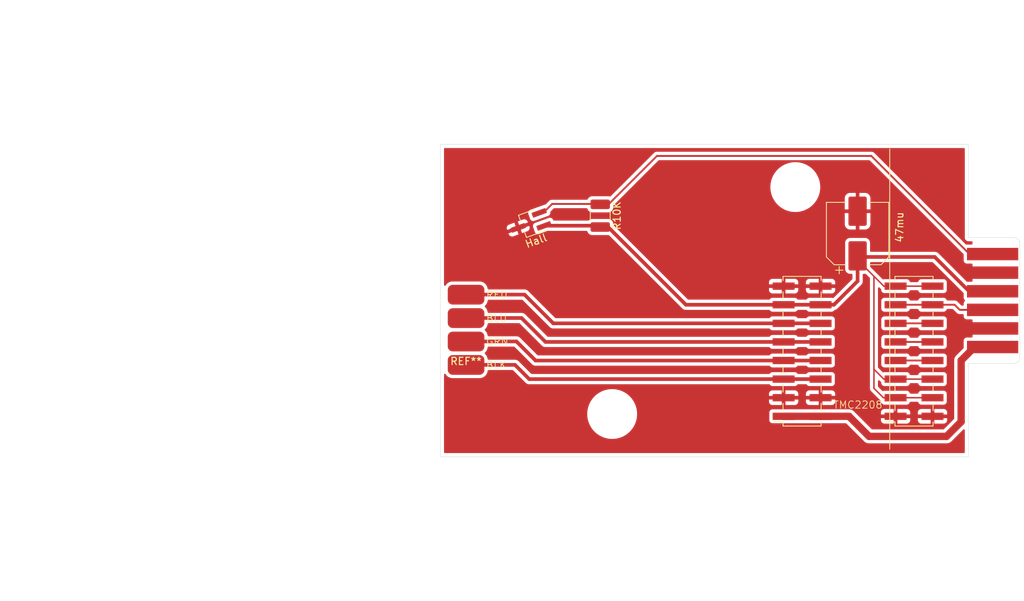
<source format=kicad_pcb>
(kicad_pcb (version 20241229) (generator "pcbnew") (generator_version "9.0")
  (layers (0 "F.Cu" signal) (2 "B.Cu" signal) (13 "F.Paste" user) (15 "B.Paste" user) (5 "F.SilkS" user "F.Silkscreen") (7 "B.SilkS" user "B.Silkscreen") (1 "F.Mask" user) (3 "B.Mask" user) (25 "Edge.Cuts" user))
  (net 0 "")
  (net 1 "GND")
  (net 2 "+5V")
  (net 3 "Hall")
  (net 4 "Step")
  (net 5 "+12V")
  (net 6 "B2")
  (net 7 "B1")
  (net 8 "A1")
  (net 9 "A2")
  (net 10 "NC")
  (net 11 "Clock")
  (net 12 "PDN")
  (footprint "" (layer "F.Cu") (at 191.512896 81.355227 -90)
    (property "Reference" "" (at -0.135227 0.222896 90) (layer "F.SilkS") (effects (font (size 1.27 1.27))))
    (property "Value" "" (at -0.405227 0.012896 90) (layer "F.SilkS") (effects (font (size 1.27 1.27))))
    (pad "1" connect rect (at 1.11 0.512896 270) (size 1.7 7) (layers "F.Cu" "F.Mask") (net 3 "Hall"))
  )
  (footprint "" (layer "F.Cu") (at 191 90.085227)
    (property "Reference" "" (at 0 0 0) (layer "F.SilkS") (effects (font (size 1.27 1.27))))
    (property "Value" "" (at 0 0 0) (layer "F.SilkS") (effects (font (size 1.27 1.27))))
    (pad "1" connect rect (at 0 0 270) (size 1.7 7) (layers "F.Cu" "F.Mask") (net 4 "Step"))
  )
  (footprint "MountingHole:MountingHole_3.2mm_M3" (layer "F.Cu") (at 164.066436 73.314895)
    (property "Reference" "REF**" (hide yes))
    (property "Value" "MountingHole_3.2mm_M3")
    (pad "" np_thru_hole circle (at 0 0) (size 3.2 3.2) (drill 3.2) (layers "*.Cu" "*.Mask"))
  )
  (footprint "Package_TO_SOT_SMD:SOT-23W_Handsoldering" (layer "F.Cu") (at 127.837603 78.308726 -160)
    (property "Reference" "Hall" (at 0 -2.5 20) (layer "F.SilkS"))
    (property "Value" "SOT-23W_Handsoldering")
    (fp_line (start 1.075 0.7) (end 1.075 1.61) (stroke (width 0.12)) (layer "F.SilkS"))
    (fp_line (start 1.075 -1.6) (end 1.074999 -0.7) (stroke (width 0.12)) (layer "F.SilkS"))
    (fp_line (start -1.075 1.61) (end 1.075 1.61) (stroke (width 0.12)) (layer "F.SilkS"))
    (fp_line (start -2 -1.61) (end 1.075 -1.61) (stroke (width 0.12)) (layer "F.SilkS"))
    (pad "1" smd rect (at -1.7 -0.95 200) (size 2 0.7) (layers "F.Cu" "F.Mask" "F.Paste") (net 2 "+5V"))
    (pad "2" smd rect (at -1.7 0.95 200) (size 2 0.7) (layers "F.Cu" "F.Mask" "F.Paste") (net 3 "Hall"))
    (pad "3" smd rect (at 1.699999 0 200) (size 2 0.7) (layers "F.Cu" "F.Mask" "F.Paste") (net 1 "GND"))
  )
  (footprint "" (layer "F.Cu") (at 191 85.005227)
    (property "Reference" "" (at 0 0 0) (layer "F.SilkS") (effects (font (size 1.27 1.27))))
    (property "Value" "" (at 0 0 0) (layer "F.SilkS") (effects (font (size 1.27 1.27))))
    (pad "1" connect rect (at 0 0 270) (size 1.7 7) (layers "F.Cu" "F.Mask") (net 1 "GND"))
  )
  (footprint "Connector_PinSocket_2.54mm:PinSocket_2x08_P2.54mm_Vertical_SMD" (layer "F.Cu") (at 164.991179 95.736727 180)
    (property "Reference" " " (at 0 -11.66 0) (layer "F.SilkS"))
    (property "Value" "PinSocket_2x08_P2.54mm_Vertical_SMD")
    (fp_line (start 2.6 9.65) (end 2.6 10.22) (stroke (width 0.12)) (layer "F.SilkS"))
    (fp_line (start 2.6 7.11) (end 2.6 8.13) (stroke (width 0.12)) (layer "F.SilkS"))
    (fp_line (start 2.6 4.57) (end 2.6 5.59) (stroke (width 0.12)) (layer "F.SilkS"))
    (fp_line (start 2.6 2.03) (end 2.6 3.05) (stroke (width 0.12)) (layer "F.SilkS"))
    (fp_line (start 2.6 -0.51) (end 2.6 0.51) (stroke (width 0.12)) (layer "F.SilkS"))
    (fp_line (start 2.6 -3.05) (end 2.6 -2.03) (stroke (width 0.12)) (layer "F.SilkS"))
    (fp_line (start 2.6 -5.59) (end 2.6 -4.57) (stroke (width 0.12)) (layer "F.SilkS"))
    (fp_line (start 2.6 -8.13) (end 2.6 -7.11) (stroke (width 0.12)) (layer "F.SilkS"))
    (fp_line (start 2.6 -9.65) (end 3.96 -9.65) (stroke (width 0.12)) (layer "F.SilkS"))
    (fp_line (start 2.6 -10.22) (end 2.6 -9.65) (stroke (width 0.12)) (layer "F.SilkS"))
    (fp_line (start -2.6 10.22) (end 2.6 10.22) (stroke (width 0.12)) (layer "F.SilkS"))
    (fp_line (start -2.6 9.65) (end -2.6 10.22) (stroke (width 0.12)) (layer "F.SilkS"))
    (fp_line (start -2.6 7.11) (end -2.6 8.13) (stroke (width 0.12)) (layer "F.SilkS"))
    (fp_line (start -2.6 4.57) (end -2.6 5.59) (stroke (width 0.12)) (layer "F.SilkS"))
    (fp_line (start -2.6 2.03) (end -2.6 3.05) (stroke (width 0.12)) (layer "F.SilkS"))
    (fp_line (start -2.6 -0.51) (end -2.6 0.51) (stroke (width 0.12)) (layer "F.SilkS"))
    (fp_line (start -2.6 -3.05) (end -2.6 -2.03) (stroke (width 0.12)) (layer "F.SilkS"))
    (fp_line (start -2.6 -5.59) (end -2.6 -4.57) (stroke (width 0.12)) (layer "F.SilkS"))
    (fp_line (start -2.6 -8.13) (end -2.6 -7.11) (stroke (width 0.12)) (layer "F.SilkS"))
    (fp_line (start -2.6 -10.22) (end 2.6 -10.22) (stroke (width 0.12)) (layer "F.SilkS"))
    (fp_line (start -2.6 -10.22) (end -2.6 -9.65) (stroke (width 0.12)) (layer "F.SilkS"))
    (pad "1" smd rect (at 2.52 -8.89 180) (size 3 1) (layers "F.Cu" "F.Mask" "F.Paste") (net 5 "+12V"))
    (pad "2" smd rect (at -2.52 -8.89 180) (size 3 1) (layers "F.Cu" "F.Mask" "F.Paste") (net 5 "+12V"))
    (pad "3" smd rect (at 2.52 -6.35 180) (size 3 1) (layers "F.Cu" "F.Mask" "F.Paste") (net 1 "GND"))
    (pad "4" smd rect (at -2.52 -6.35 180) (size 3 1) (layers "F.Cu" "F.Mask" "F.Paste") (net 1 "GND"))
    (pad "5" smd rect (at 2.52 -3.81 180) (size 3 1) (layers "F.Cu" "F.Mask" "F.Paste") (net 6 "B2"))
    (pad "6" smd rect (at -2.52 -3.81 180) (size 3 1) (layers "F.Cu" "F.Mask" "F.Paste") (net 6 "B2"))
    (pad "7" smd rect (at 2.52 -1.27 180) (size 3 1) (layers "F.Cu" "F.Mask" "F.Paste") (net 7 "B1"))
    (pad "8" smd rect (at -2.52 -1.27 180) (size 3 1) (layers "F.Cu" "F.Mask" "F.Paste") (net 7 "B1"))
    (pad "9" smd rect (at 2.52 1.27 180) (size 3 1) (layers "F.Cu" "F.Mask" "F.Paste") (net 8 "A1"))
    (pad "10" smd rect (at -2.52 1.27 180) (size 3 1) (layers "F.Cu" "F.Mask" "F.Paste") (net 8 "A1"))
    (pad "11" smd rect (at 2.52 3.81 180) (size 3 1) (layers "F.Cu" "F.Mask" "F.Paste") (net 9 "A2"))
    (pad "12" smd rect (at -2.52 3.81 180) (size 3 1) (layers "F.Cu" "F.Mask" "F.Paste") (net 9 "A2"))
    (pad "13" smd rect (at 2.52 6.35 180) (size 3 1) (layers "F.Cu" "F.Mask" "F.Paste") (net 2 "+5V"))
    (pad "14" smd rect (at -2.52 6.35 180) (size 3 1) (layers "F.Cu" "F.Mask" "F.Paste") (net 2 "+5V"))
    (pad "15" smd rect (at 2.52 8.89 180) (size 3 1) (layers "F.Cu" "F.Mask" "F.Paste") (net 1 "GND"))
    (pad "16" smd rect (at -2.52 8.89 180) (size 3 1) (layers "F.Cu" "F.Mask" "F.Paste") (net 1 "GND"))
  )
  (footprint "Jumper:AVX-00-9176-004-873-X06" (layer "F.Cu") (at 119.126 97.611)
    (property "Reference" "REF**" (at 0 -0.5 0) (layer "F.SilkS"))
    (property "Value" "AVX-00-9176-004-873-X06")
    (pad "" smd roundrect (at 0 -9.6 270) (size 2.7 5) (layers "F.Cu" "F.Mask" "F.Paste") (net 9 "A2"))
    (pad "" smd roundrect (at 0 -6.4 270) (size 2.7 5) (layers "F.Cu" "F.Mask" "F.Paste") (net 8 "A1"))
    (pad "" smd roundrect (at 0 -3.2 270) (size 2.7 5) (layers "F.Cu" "F.Mask" "F.Paste") (net 7 "B1"))
    (pad "" smd roundrect (at 0 0 270) (size 2.7 5) (layers "F.Cu" "F.Mask" "F.Paste") (net 6 "B2"))
  )
  (footprint "" (layer "F.Cu") (at 191 92.625227)
    (property "Reference" "" (at 0 0 0) (layer "F.SilkS") (effects (font (size 1.27 1.27))))
    (property "Value" "" (at 0 0 0) (layer "F.SilkS") (effects (font (size 1.27 1.27))))
    (pad "1" connect rect (at 0 0 270) (size 1.7 7) (layers "F.Cu" "F.Mask") (net 1 "GND"))
  )
  (footprint "" (layer "F.Cu") (at 191 87.545227)
    (property "Reference" "" (at 0 0 0) (layer "F.SilkS") (effects (font (size 1.27 1.27))))
    (property "Value" "" (at 0 0 0) (layer "F.SilkS") (effects (font (size 1.27 1.27))))
    (pad "1" connect rect (at 0 0 270) (size 1.7 7) (layers "F.Cu" "F.Mask") (net 2 "+5V"))
  )
  (footprint "Connector_PinSocket_2.54mm:PinSocket_2x08_P2.54mm_Vertical_SMD" (layer "F.Cu") (at 180.271179 95.736727 180)
    (property "Reference" " " (at 0 -11.66 0) (layer "F.SilkS"))
    (property "Value" "PinSocket_2x08_P2.54mm_Vertical_SMD")
    (fp_line (start 2.6 9.65) (end 2.6 10.22) (stroke (width 0.12)) (layer "F.SilkS"))
    (fp_line (start 2.6 7.11) (end 2.6 8.13) (stroke (width 0.12)) (layer "F.SilkS"))
    (fp_line (start 2.6 4.57) (end 2.6 5.59) (stroke (width 0.12)) (layer "F.SilkS"))
    (fp_line (start 2.6 2.03) (end 2.6 3.05) (stroke (width 0.12)) (layer "F.SilkS"))
    (fp_line (start 2.6 -0.51) (end 2.6 0.51) (stroke (width 0.12)) (layer "F.SilkS"))
    (fp_line (start 2.6 -3.05) (end 2.6 -2.03) (stroke (width 0.12)) (layer "F.SilkS"))
    (fp_line (start 2.6 -5.59) (end 2.6 -4.57) (stroke (width 0.12)) (layer "F.SilkS"))
    (fp_line (start 2.6 -8.13) (end 2.6 -7.11) (stroke (width 0.12)) (layer "F.SilkS"))
    (fp_line (start 2.6 -9.65) (end 3.96 -9.65) (stroke (width 0.12)) (layer "F.SilkS"))
    (fp_line (start 2.6 -10.22) (end 2.6 -9.65) (stroke (width 0.12)) (layer "F.SilkS"))
    (fp_line (start -2.6 10.22) (end 2.6 10.22) (stroke (width 0.12)) (layer "F.SilkS"))
    (fp_line (start -2.6 9.65) (end -2.6 10.22) (stroke (width 0.12)) (layer "F.SilkS"))
    (fp_line (start -2.6 7.11) (end -2.6 8.13) (stroke (width 0.12)) (layer "F.SilkS"))
    (fp_line (start -2.6 4.57) (end -2.6 5.59) (stroke (width 0.12)) (layer "F.SilkS"))
    (fp_line (start -2.6 2.03) (end -2.6 3.05) (stroke (width 0.12)) (layer "F.SilkS"))
    (fp_line (start -2.6 -0.51) (end -2.6 0.51) (stroke (width 0.12)) (layer "F.SilkS"))
    (fp_line (start -2.6 -3.05) (end -2.6 -2.03) (stroke (width 0.12)) (layer "F.SilkS"))
    (fp_line (start -2.6 -5.59) (end -2.6 -4.57) (stroke (width 0.12)) (layer "F.SilkS"))
    (fp_line (start -2.6 -8.13) (end -2.6 -7.11) (stroke (width 0.12)) (layer "F.SilkS"))
    (fp_line (start -2.6 -10.22) (end 2.6 -10.22) (stroke (width 0.12)) (layer "F.SilkS"))
    (fp_line (start -2.6 -10.22) (end -2.6 -9.65) (stroke (width 0.12)) (layer "F.SilkS"))
    (pad "1 Enable" smd rect (at 2.52 -8.89 180) (size 3 1) (layers "F.Cu" "F.Mask" "F.Paste") (net 1 "GND"))
    (pad "2 Enable" smd rect (at -2.52 -8.89 180) (size 3 1) (layers "F.Cu" "F.Mask" "F.Paste") (net 1 "GND"))
    (pad "3 MS1" smd rect (at 2.52 -6.35 180) (size 3 1) (layers "F.Cu" "F.Mask" "F.Paste") (net 2 "+5V"))
    (pad "4 MS1" smd rect (at -2.52 -6.35 180) (size 3 1) (layers "F.Cu" "F.Mask" "F.Paste") (net 2 "+5V"))
    (pad "5 MS2" smd rect (at 2.52 -3.81 180) (size 3 1) (layers "F.Cu" "F.Mask" "F.Paste") (net 2 "+5V"))
    (pad "6 MS2" smd rect (at -2.52 -3.81 180) (size 3 1) (layers "F.Cu" "F.Mask" "F.Paste") (net 2 "+5V"))
    (pad "7" smd rect (at 2.52 -1.27 180) (size 3 1) (layers "F.Cu" "F.Mask" "F.Paste") (net 10 "NC"))
    (pad "8" smd rect (at -2.52 -1.27 180) (size 3 1) (layers "F.Cu" "F.Mask" "F.Paste") (net 10 "NC"))
    (pad "9" smd rect (at 2.52 1.27 180) (size 3 1) (layers "F.Cu" "F.Mask" "F.Paste") (net 12 "PDN"))
    (pad "10" smd rect (at -2.52 1.27 180) (size 3 1) (layers "F.Cu" "F.Mask" "F.Paste") (net 12 "PDN"))
    (pad "11" smd rect (at 2.52 3.81 180) (size 3 1) (layers "F.Cu" "F.Mask" "F.Paste") (net 11 "Clock"))
    (pad "12" smd rect (at -2.52 3.81 180) (size 3 1) (layers "F.Cu" "F.Mask" "F.Paste") (net 11 "Clock"))
    (pad "13" smd rect (at 2.52 6.35 180) (size 3 1) (layers "F.Cu" "F.Mask" "F.Paste") (net 4 "Step"))
    (pad "14" smd rect (at -2.52 6.35 180) (size 3 1) (layers "F.Cu" "F.Mask" "F.Paste") (net 4 "Step"))
    (pad "15 Dir" smd rect (at 2.52 8.89 180) (size 3 1) (layers "F.Cu" "F.Mask" "F.Paste") (net 2 "+5V"))
    (pad "16 Dir" smd rect (at -2.52 8.89 180) (size 3 1) (layers "F.Cu" "F.Mask" "F.Paste") (net 2 "+5V"))
  )
  (footprint "Resistor_SMD:R_1210_3225Metric_Pad1.30x2.65mm_HandSolder" (layer "F.Cu") (at 137.436972 77.220604 -90)
    (property "Reference" "R10K" (at 0 -2.28 90) (layer "F.SilkS"))
    (property "Value" "R_1210_3225Metric_Pad1.30x2.65mm_HandSolder")
    (fp_line (start -0.723737 1.355) (end 0.723737 1.355) (stroke (width 0.12)) (layer "F.SilkS"))
    (fp_line (start -0.723737 -1.355) (end 0.723737 -1.355) (stroke (width 0.12)) (layer "F.SilkS"))
    (pad "1" smd roundrect (at -1.55 0 270) (size 1.3 2.65) (layers "F.Cu" "F.Mask" "F.Paste") (roundrect_rratio 0.1923076923) (net 3 "Hall"))
    (pad "2" smd roundrect (at 1.55 0 270) (size 1.3 2.65) (layers "F.Cu" "F.Mask" "F.Paste") (roundrect_rratio 0.1923076923) (net 2 "+5V"))
  )
  (footprint "" (layer "F.Cu") (at 191.594382 96.275227)
    (property "Reference" "" (at 0 0 0) (layer "F.SilkS") (effects (font (size 1.27 1.27))))
    (property "Value" "" (at 0 0 0) (layer "F.SilkS") (effects (font (size 1.27 1.27))))
    (pad "1" connect rect (at -0.594382 -1.11 270) (size 1.7 7) (layers "F.Cu" "F.Mask") (net 5 "+12V"))
  )
  (footprint "MountingHole:MountingHole_3.2mm_M3" (layer "F.Cu") (at 139.066436 104.314895)
    (property "Reference" "REF**" (hide yes))
    (property "Value" "MountingHole_3.2mm_M3")
    (pad "" np_thru_hole circle (at 0 0) (size 3.2 3.2) (drill 3.2) (layers "*.Cu" "*.Mask"))
  )
  (footprint "Capacitor_SMD:CP_Elec_8x5.4" (layer "F.Cu") (at 172.568236 79.6594 90)
    (property "Reference" "47mu" (at 0.8594 5.731764 90) (layer "F.SilkS"))
    (property "Value" "CP_Elec_8x5.4")
    (fp_line (start 4.26 -4.26) (end 4.26 -1.51) (stroke (width 0.12)) (layer "F.SilkS"))
    (fp_line (start -3.195563 -4.26) (end 4.26 -4.26) (stroke (width 0.12)) (layer "F.SilkS"))
    (fp_line (start -4.26 -3.195563) (end -3.195563 -4.26) (stroke (width 0.12)) (layer "F.SilkS"))
    (fp_line (start -4.26 -3.195563) (end -4.26 -1.51) (stroke (width 0.12)) (layer "F.SilkS"))
    (fp_line (start -5 -3.01) (end -5 -2.01) (stroke (width 0.12)) (layer "F.SilkS"))
    (fp_line (start -5.5 -2.51) (end -4.5 -2.51) (stroke (width 0.12)) (layer "F.SilkS"))
    (fp_line (start -4.26 3.195563) (end -4.26 1.51) (stroke (width 0.12)) (layer "F.SilkS"))
    (fp_line (start -4.26 3.195563) (end -3.195563 4.26) (stroke (width 0.12)) (layer "F.SilkS"))
    (fp_line (start 4.26 4.26) (end 4.26 1.51) (stroke (width 0.12)) (layer "F.SilkS"))
    (fp_line (start -3.195563 4.26) (end 4.26 4.26) (stroke (width 0.12)) (layer "F.SilkS"))
    (pad "1" smd roundrect (at -3.05 0 90) (size 4 2.5) (layers "F.Cu" "F.Mask" "F.Paste") (roundrect_rratio 0.1) (net 2 "+5V"))
    (pad "2" smd roundrect (at 3.05 0 90) (size 4 2.5) (layers "F.Cu" "F.Mask" "F.Paste") (roundrect_rratio 0.1) (net 1 "GND"))
  )
  (gr_line (start 176.954896 68.1094) (end 176.954896 109.1094) (stroke (width 0.12)) (layer "F.SilkS"))
  (gr_line (start 187.702896 110.151227) (end 187.702896 97.415227) (stroke (width 0.05)) (layer "Edge.Cuts"))
  (gr_line (start 193.940896 97.415227) (end 193.941255 97.413252) (stroke (width 0.05)) (layer "Edge.Cuts"))
  (gr_arc (start 194.703253 96.650983) (mid 194.479991 97.189997) (end 193.941255 97.413252) (stroke (width 0.05)) (layer "Edge.Cuts"))
  (gr_line (start 115.613896 110.151227) (end 187.702896 110.151227) (stroke (width 0.05)) (layer "Edge.Cuts"))
  (gr_line (start 187.702896 80.215227) (end 187.702896 67.479227) (stroke (width 0.05)) (layer "Edge.Cuts"))
  (gr_line (start 193.940896 80.216844) (end 193.940896 80.215227) (stroke (width 0.05)) (layer "Edge.Cuts"))
  (gr_line (start 193.940896 80.215227) (end 187.702896 80.215227) (stroke (width 0.05)) (layer "Edge.Cuts"))
  (gr_line (start 193.940896 97.415227) (end 187.702896 97.415227) (stroke (width 0.05)) (layer "Edge.Cuts"))
  (gr_line (start 115.613896 67.479227) (end 115.613896 110.151227) (stroke (width 0.05)) (layer "Edge.Cuts"))
  (gr_arc (start 193.940896 80.216844) (mid 194.479734 80.44) (end 194.702896 80.988524) (stroke (width 0.05)) (layer "Edge.Cuts"))
  (gr_line (start 194.702896 80.988524) (end 194.703253 96.650983) (stroke (width 0.05)) (layer "Edge.Cuts"))
  (gr_line (start 187.702896 67.479227) (end 115.613896 67.479227) (stroke (width 0.05)) (layer "Edge.Cuts"))
  (gr_text "RED" (at 121.8 88.6 0) (layer "F.SilkS") (effects (font (size 1 1) (thickness 0.1)) (justify left bottom)))
  (gr_text "GRN" (at 121.8 95 0) (layer "F.SilkS") (effects (font (size 1 1) (thickness 0.1)) (justify left bottom)))
  (gr_text "TMC2208" (at 169.181775 103.648717 0) (layer "F.SilkS") (effects (font (size 1 1) (thickness 0.1)) (justify left bottom)))
  (gr_text "BLU" (at 121.8 91.8 0) (layer "F.SilkS") (effects (font (size 1 1) (thickness 0.1)) (justify left bottom)))
  (gr_text "BLK" (at 121.8 98.2 0) (layer "F.SilkS") (effects (font (size 1 1) (thickness 0.1)) (justify left bottom)))
  (segment (start 177.751179 99.546727) (end 182.791179 99.546727) (width 0.2) (layer "F.Cu") (net 2))
  (segment (start 149.125787 89.386727) (end 138.509664 78.770604) (width 0.5) (layer "F.Cu") (net 2))
  (segment (start 174.8 85.5) (end 174.8 100.8) (width 0.2) (layer "F.Cu") (net 2))
  (segment (start 172.568236 83.268236) (end 176.146727 86.846727) (width 0.2) (layer "F.Cu") (net 2))
  (segment (start 177.751179 99.546727) (end 176.146727 99.546727) (width 0.2) (layer "F.Cu") (net 2))
  (segment (start 174.8 100.8) (end 176.086727 102.086727) (width 0.2) (layer "F.Cu") (net 2))
  (segment (start 187.785227 87.545227) (end 183.1 82.86) (width 0.5) (layer "F.Cu") (net 2))
  (segment (start 172.568236 83.318537) (end 172.568236 86.161995) (width 0.5) (layer "F.Cu") (net 2))
  (segment (start 177.751179 102.086727) (end 182.791179 102.086727) (width 0.2) (layer "F.Cu") (net 2))
  (segment (start 162.471179 89.386727) (end 149.125787 89.386727) (width 0.5) (layer "F.Cu") (net 2))
  (segment (start 176.086727 102.086727) (end 177.751179 102.086727) (width 0.2) (layer "F.Cu") (net 2))
  (segment (start 176.146727 99.546727) (end 174.8 98.2) (width 0.2) (layer "F.Cu") (net 2))
  (segment (start 176.146727 86.846727) (end 177.751179 86.846727) (width 0.2) (layer "F.Cu") (net 2))
  (segment (start 172.568236 86.161995) (end 169.343504 89.386727) (width 0.5) (layer "F.Cu") (net 2))
  (segment (start 169.343504 89.386727) (end 167.511179 89.386727) (width 0.5) (layer "F.Cu") (net 2))
  (segment (start 183.1 82.86) (end 173.201699 82.86) (width 0.5) (layer "F.Cu") (net 2))
  (segment (start 177.751179 86.846727) (end 182.791179 86.846727) (width 0.2) (layer "F.Cu") (net 2))
  (segment (start 137.16337 78.59) (end 129.79 78.59) (width 0.5) (layer "F.Cu") (net 2))
  (segment (start 162.471179 89.386727) (end 167.511179 89.386727) (width 0.5) (layer "F.Cu") (net 2))
  (segment (start 145.181539 69.0594) (end 138.570335 75.670604) (width 0.25) (layer "F.Cu") (net 3))
  (segment (start 130.872484 75.617516) (end 129.655416 76.834584) (width 0.25) (layer "F.Cu") (net 3))
  (segment (start 187.845227 82.465227) (end 174.4394 69.0594) (width 0.25) (layer "F.Cu") (net 3))
  (segment (start 174.4394 69.0594) (end 145.181539 69.0594) (width 0.25) (layer "F.Cu") (net 3))
  (segment (start 137.383884 75.617516) (end 130.872484 75.617516) (width 0.25) (layer "F.Cu") (net 3))
  (segment (start 186.505227 90.085227) (end 191 90.085227) (width 0.25) (layer "F.Cu") (net 4))
  (segment (start 185.806727 89.386727) (end 182.791179 89.386727) (width 0.25) (layer "F.Cu") (net 4))
  (segment (start 185.806727 89.386727) (end 186.505227 90.085227) (width 0.25) (layer "F.Cu") (net 4))
  (segment (start 177.751179 89.386727) (end 182.791179 89.386727) (width 0.25) (layer "F.Cu") (net 4))
  (segment (start 186.702896 97.001013) (end 188.538682 95.165227) (width 1) (layer "F.Cu") (net 5))
  (segment (start 186.702896 105.376794) (end 186.702896 97.001013) (width 1) (layer "F.Cu") (net 5))
  (segment (start 174.13076 107.36788) (end 184.71181 107.36788) (width 1) (layer "F.Cu") (net 5))
  (segment (start 167.511179 104.626727) (end 171.389607 104.626727) (width 1) (layer "F.Cu") (net 5))
  (segment (start 171.389607 104.626727) (end 174.13076 107.36788) (width 1) (layer "F.Cu") (net 5))
  (segment (start 184.71181 107.36788) (end 186.702896 105.376794) (width 1) (layer "F.Cu") (net 5))
  (segment (start 162.471179 104.626727) (end 167.511179 104.626727) (width 1) (layer "F.Cu") (net 5))
  (segment (start 125.8 97.6) (end 119.137 97.6) (width 0.5) (layer "F.Cu") (net 6))
  (segment (start 127.746727 99.546727) (end 125.8 97.6) (width 0.5) (layer "F.Cu") (net 6))
  (segment (start 162.471179 99.546727) (end 167.511179 99.546727) (width 0.5) (layer "F.Cu") (net 6))
  (segment (start 162.471179 99.546727) (end 127.746727 99.546727) (width 0.5) (layer "F.Cu") (net 6))
  (segment (start 126 94.4) (end 119.137 94.4) (width 0.5) (layer "F.Cu") (net 7))
  (segment (start 162.471179 97.006727) (end 167.511179 97.006727) (width 0.5) (layer "F.Cu") (net 7))
  (segment (start 162.471179 97.006727) (end 128.606727 97.006727) (width 0.5) (layer "F.Cu") (net 7))
  (segment (start 128.606727 97.006727) (end 126 94.4) (width 0.5) (layer "F.Cu") (net 7))
  (segment (start 126.7 91.2) (end 119.137 91.2) (width 0.5) (layer "F.Cu") (net 8))
  (segment (start 162.471179 94.466727) (end 129.966727 94.466727) (width 0.5) (layer "F.Cu") (net 8))
  (segment (start 129.966727 94.466727) (end 126.7 91.2) (width 0.5) (layer "F.Cu") (net 8))
  (segment (start 162.471179 94.466727) (end 167.511179 94.466727) (width 0.5) (layer "F.Cu") (net 8))
  (segment (start 162.471179 91.926727) (end 131.026727 91.926727) (width 0.5) (layer "F.Cu") (net 9))
  (segment (start 131.026727 91.926727) (end 127.1 88) (width 0.5) (layer "F.Cu") (net 9))
  (segment (start 127.1 88) (end 119.137 88) (width 0.5) (layer "F.Cu") (net 9))
  (segment (start 162.471179 91.926727) (end 167.511179 91.926727) (width 0.5) (layer "F.Cu") (net 9))
  (segment (start 177.751179 97.006727) (end 182.791179 97.006727) (width 0.25) (layer "F.Cu") (net 10))
  (segment (start 177.751179 91.926727) (end 182.791179 91.926727) (width 0.25) (layer "F.Cu") (net 11))
  (segment (start 177.751179 94.466727) (end 182.791179 94.466727) (width 0.25) (layer "F.Cu") (net 12))
  (zone (net 1) (net_name "GND") (layer "F.Cu") (priority 1) (connect_pads (clearance 0.45)) (min_thickness 0.25) (fill yes (thermal_gap 0.5) (thermal_bridge_width 0.5))
    (polygon (pts (xy 115.740896 67.637977) (xy 187.622896 67.637977) (xy 187.622896 80.318977) (xy 188.257896 80.318977) (xy 188.267896 97.334977) (xy 187.632896 97.334977) (xy 187.622896 110.055977) (xy 115.740896 110.055977)))
  )
)
</source>
